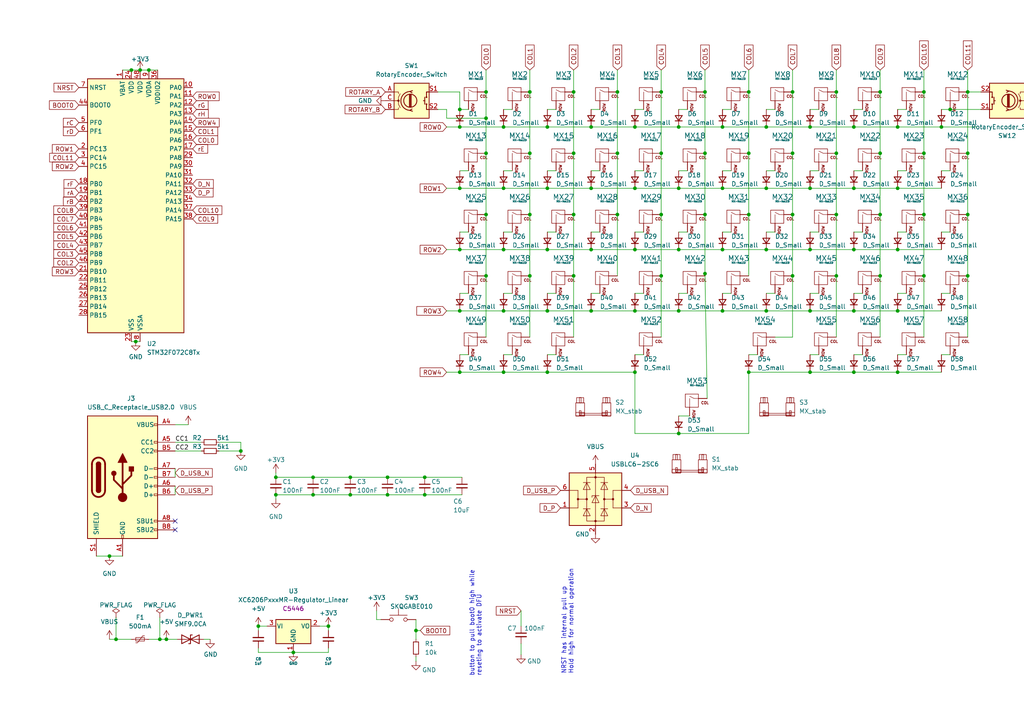
<source format=kicad_sch>
(kicad_sch (version 20231120) (generator "eeschema") (generator_version "8.0")
  (paper "A4")
  (junction (at 153.67 44.45))
  (junction (at 247.65 36.83))
  (junction (at 234.95 107.95))
  (junction (at 38.1 20.32))
  (junction (at 191.77 44.45))
  (junction (at 217.17 44.45))
  (junction (at 229.87 44.45))
  (junction (at 267.97 26.67))
  (junction (at 204.47 44.45))
  (junction (at 255.27 80.01))
  (junction (at 166.37 26.67))
  (junction (at 158.75 72.39))
  (junction (at 40.64 20.32))
  (junction (at 196.85 125.73))
  (junction (at 242.57 62.23))
  (junction (at 191.77 62.23))
  (junction (at 158.75 54.61))
  (junction (at 184.15 90.17))
  (junction (at 184.15 36.83))
  (junction (at 196.85 90.17))
  (junction (at 247.65 107.95))
  (junction (at 140.97 34.29))
  (junction (at 133.35 72.39))
  (junction (at 222.25 72.39))
  (junction (at 217.17 107.95))
  (junction (at 158.75 90.17))
  (junction (at 209.55 90.17))
  (junction (at 280.67 62.23))
  (junction (at 242.57 26.67))
  (junction (at 146.05 36.83))
  (junction (at 171.45 36.83))
  (junction (at 267.97 44.45))
  (junction (at 267.97 80.01))
  (junction (at 242.57 44.45))
  (junction (at 171.45 90.17))
  (junction (at 153.67 80.01))
  (junction (at 196.85 54.61))
  (junction (at 33.655 185.42))
  (junction (at 234.95 36.83))
  (junction (at 74.93 181.61) (diameter 0.9144))
  (junction (at 95.25 181.61))
  (junction (at 171.45 72.39))
  (junction (at 133.35 31.75))
  (junction (at 260.35 54.61))
  (junction (at 209.55 72.39))
  (junction (at 158.75 107.95))
  (junction (at 146.05 107.95))
  (junction (at 90.805 138.43))
  (junction (at 43.18 20.32))
  (junction (at 69.85 130.81))
  (junction (at 146.05 72.39))
  (junction (at 242.57 80.01))
  (junction (at 153.67 62.23))
  (junction (at 184.15 107.95))
  (junction (at 280.67 26.67))
  (junction (at 140.97 62.23))
  (junction (at 112.395 143.51))
  (junction (at 101.6 138.43))
  (junction (at 260.35 72.39))
  (junction (at 31.75 161.29))
  (junction (at 112.395 138.43))
  (junction (at 247.65 90.17))
  (junction (at 146.05 90.17))
  (junction (at 46.355 185.42))
  (junction (at 217.17 62.23))
  (junction (at 247.65 72.39))
  (junction (at 280.67 44.45))
  (junction (at 234.95 90.17))
  (junction (at 275.59 31.75))
  (junction (at 234.95 54.61))
  (junction (at 39.37 99.06))
  (junction (at 255.27 62.23))
  (junction (at 166.37 80.01))
  (junction (at 133.35 36.83))
  (junction (at 273.05 36.83))
  (junction (at 146.05 54.61))
  (junction (at 123.19 138.43))
  (junction (at 247.65 54.61))
  (junction (at 133.35 107.95))
  (junction (at 184.15 54.61))
  (junction (at 209.55 54.61))
  (junction (at 280.67 80.01))
  (junction (at 229.87 62.23))
  (junction (at 196.85 36.83))
  (junction (at 229.87 26.67))
  (junction (at 204.47 79.375))
  (junction (at 267.97 62.23))
  (junction (at 80.01 143.51))
  (junction (at 85.09 189.23) (diameter 0.9144))
  (junction (at 260.35 90.17))
  (junction (at 191.77 80.01))
  (junction (at 184.15 72.39))
  (junction (at 133.35 90.17))
  (junction (at 204.47 26.67))
  (junction (at 196.85 72.39))
  (junction (at 80.01 138.43))
  (junction (at 140.97 80.01))
  (junction (at 140.97 26.67))
  (junction (at 140.97 44.45))
  (junction (at 222.25 54.61))
  (junction (at 229.87 80.01))
  (junction (at 222.25 90.17))
  (junction (at 204.47 62.23))
  (junction (at 48.26 185.42))
  (junction (at 222.25 36.83))
  (junction (at 101.6 143.51))
  (junction (at 209.55 36.83))
  (junction (at 158.75 36.83))
  (junction (at 260.35 36.83))
  (junction (at 166.37 62.23))
  (junction (at 123.19 143.51))
  (junction (at 90.805 143.51))
  (junction (at 166.37 44.45))
  (junction (at 191.77 26.67))
  (junction (at 234.95 72.39))
  (junction (at 120.65 182.88))
  (junction (at 153.67 26.67))
  (junction (at 171.45 54.61))
  (junction (at 255.27 44.45))
  (junction (at 217.17 26.67))
  (junction (at 133.35 54.61))
  (junction (at 179.07 44.45))
  (junction (at 179.07 26.67))
  (junction (at 179.07 62.23))
  (junction (at 255.27 26.67))
  (junction (at 260.35 107.95))
  (no_connect (at 50.8 153.67))
  (no_connect (at 50.8 151.13))
  (wire (pts (xy 229.87 26.67) (xy 229.87 44.45)))
  (wire (pts (xy 40.64 20.32) (xy 43.18 20.32)))
  (wire (pts (xy 260.35 85.09) (xy 262.89 85.09)))
  (wire (pts (xy 80.01 137.16) (xy 80.01 138.43)))
  (wire (pts (xy 166.37 44.45) (xy 166.37 62.23)))
  (wire (pts (xy 209.55 67.31) (xy 212.09 67.31)))
  (wire (pts (xy 101.6 138.43) (xy 112.395 138.43)))
  (wire (pts (xy 140.97 44.45) (xy 140.97 62.23)))
  (wire (pts (xy 129.54 31.75) (xy 129.54 34.29)))
  (wire (pts (xy 129.54 54.61) (xy 133.35 54.61)))
  (wire (pts (xy 234.95 90.17) (xy 247.65 90.17)))
  (wire (pts (xy 222.25 31.75) (xy 224.79 31.75)))
  (wire (pts (xy 171.45 49.53) (xy 173.99 49.53)))
  (wire (pts (xy 255.27 80.01) (xy 255.27 97.79)))
  (wire (pts (xy 27.94 161.29) (xy 31.75 161.29)))
  (wire (pts (xy 74.93 181.61) (xy 74.93 182.88)))
  (wire (pts (xy 166.37 20.32) (xy 166.37 26.67)))
  (wire (pts (xy 184.15 67.31) (xy 186.69 67.31)))
  (wire (pts (xy 146.05 90.17) (xy 158.75 90.17)))
  (wire (pts (xy 204.47 26.67) (xy 204.47 44.45)))
  (wire (pts (xy 234.95 102.87) (xy 237.49 102.87)))
  (wire (pts (xy 46.355 179.07) (xy 46.355 185.42)))
  (wire (pts (xy 247.65 36.83) (xy 260.35 36.83)))
  (wire (pts (xy 191.77 20.32) (xy 191.77 26.67)))
  (wire (pts (xy 184.15 107.95) (xy 184.15 125.73)))
  (wire (pts (xy 129.54 34.29) (xy 140.97 34.29)))
  (wire (pts (xy 247.65 107.95) (xy 260.35 107.95)))
  (wire (pts (xy 204.47 20.32) (xy 204.47 26.67)))
  (wire (pts (xy 48.26 185.42) (xy 51.435 185.42)))
  (wire (pts (xy 224.79 97.79) (xy 229.87 97.79)))
  (wire (pts (xy 196.85 31.75) (xy 199.39 31.75)))
  (wire (pts (xy 209.55 85.09) (xy 212.09 85.09)))
  (wire (pts (xy 50.8 123.19) (xy 54.61 123.19)))
  (wire (pts (xy 85.09 189.23) (xy 95.25 189.23)))
  (wire (pts (xy 234.95 36.83) (xy 247.65 36.83)))
  (wire (pts (xy 80.01 144.78) (xy 80.01 143.51)))
  (wire (pts (xy 133.35 85.09) (xy 135.89 85.09)))
  (wire (pts (xy 133.35 31.75) (xy 135.89 31.75)))
  (wire (pts (xy 166.37 26.67) (xy 166.37 44.45)))
  (wire (pts (xy 158.75 102.87) (xy 161.29 102.87)))
  (wire (pts (xy 280.67 62.23) (xy 280.67 80.01)))
  (wire (pts (xy 234.95 107.95) (xy 247.65 107.95)))
  (wire (pts (xy 196.85 49.53) (xy 199.39 49.53)))
  (wire (pts (xy 146.05 49.53) (xy 148.59 49.53)))
  (wire (pts (xy 260.35 54.61) (xy 273.05 54.61)))
  (wire (pts (xy 191.77 44.45) (xy 191.77 62.23)))
  (wire (pts (xy 234.95 85.09) (xy 237.49 85.09)))
  (wire (pts (xy 247.65 102.87) (xy 250.19 102.87)))
  (wire (pts (xy 184.15 31.75) (xy 186.69 31.75)))
  (wire (pts (xy 260.35 107.95) (xy 273.05 107.95)))
  (wire (pts (xy 255.27 26.67) (xy 255.27 44.45)))
  (wire (pts (xy 260.35 31.75) (xy 262.89 31.75)))
  (wire (pts (xy 158.75 90.17) (xy 171.45 90.17)))
  (wire (pts (xy 196.85 54.61) (xy 209.55 54.61)))
  (wire (pts (xy 184.15 85.09) (xy 186.69 85.09)))
  (wire (pts (xy 229.87 20.32) (xy 229.87 26.67)))
  (wire (pts (xy 129.54 36.83) (xy 133.35 36.83)))
  (wire (pts (xy 222.25 49.53) (xy 224.79 49.53)))
  (wire (pts (xy 146.05 67.31) (xy 148.59 67.31)))
  (wire (pts (xy 196.85 90.17) (xy 209.55 90.17)))
  (wire (pts (xy 123.19 143.51) (xy 133.985 143.51)))
  (wire (pts (xy 120.65 182.88) (xy 120.65 185.42)))
  (wire (pts (xy 171.45 72.39) (xy 184.15 72.39)))
  (wire (pts (xy 275.59 31.75) (xy 284.48 31.75)))
  (wire (pts (xy 280.67 26.67) (xy 280.67 44.45)))
  (wire (pts (xy 179.07 26.67) (xy 179.07 44.45)))
  (wire (pts (xy 171.45 85.09) (xy 173.99 85.09)))
  (wire (pts (xy 140.97 34.29) (xy 140.97 44.45)))
  (wire (pts (xy 242.57 80.01) (xy 242.57 97.79)))
  (wire (pts (xy 158.75 49.53) (xy 161.29 49.53)))
  (wire (pts (xy 33.655 185.42) (xy 38.1 185.42)))
  (wire (pts (xy 39.37 99.06) (xy 40.64 99.06)))
  (wire (pts (xy 158.75 54.61) (xy 171.45 54.61)))
  (wire (pts (xy 140.97 20.32) (xy 140.97 26.67)))
  (wire (pts (xy 260.35 90.17) (xy 273.05 90.17)))
  (wire (pts (xy 242.57 62.23) (xy 242.57 80.01)))
  (wire (pts (xy 273.05 67.31) (xy 275.59 67.31)))
  (wire (pts (xy 151.13 189.865) (xy 151.13 186.69)))
  (wire (pts (xy 133.35 54.61) (xy 146.05 54.61)))
  (wire (pts (xy 184.15 36.83) (xy 196.85 36.83)))
  (wire (pts (xy 273.05 102.87) (xy 275.59 102.87)))
  (wire (pts (xy 209.55 72.39) (xy 222.25 72.39)))
  (wire (pts (xy 247.65 67.31) (xy 250.19 67.31)))
  (wire (pts (xy 184.15 72.39) (xy 196.85 72.39)))
  (wire (pts (xy 140.97 80.01) (xy 140.97 97.79)))
  (wire (pts (xy 280.67 26.67) (xy 284.48 26.67)))
  (wire (pts (xy 59.055 185.42) (xy 60.96 185.42)))
  (wire (pts (xy 50.8 135.89) (xy 50.8 138.43)))
  (wire (pts (xy 191.77 80.01) (xy 191.77 97.79)))
  (wire (pts (xy 146.05 72.39) (xy 158.75 72.39)))
  (wire (pts (xy 153.67 20.32) (xy 153.67 26.67)))
  (wire (pts (xy 171.45 67.31) (xy 173.99 67.31)))
  (wire (pts (xy 229.87 80.01) (xy 229.87 97.79)))
  (wire (pts (xy 43.18 20.32) (xy 45.72 20.32)))
  (wire (pts (xy 38.1 20.32) (xy 40.64 20.32)))
  (wire (pts (xy 217.17 20.32) (xy 217.17 26.67)))
  (wire (pts (xy 146.05 36.83) (xy 158.75 36.83)))
  (wire (pts (xy 204.47 79.375) (xy 204.47 80.01)))
  (wire (pts (xy 35.56 20.32) (xy 38.1 20.32)))
  (wire (pts (xy 63.5 128.27) (xy 69.85 128.27)))
  (wire (pts (xy 110.49 179.705) (xy 109.22 179.705)))
  (wire (pts (xy 69.85 128.27) (xy 69.85 130.81)))
  (wire (pts (xy 273.05 31.75) (xy 275.59 31.75)))
  (wire (pts (xy 46.355 185.42) (xy 48.26 185.42)))
  (wire (pts (xy 191.77 62.23) (xy 191.77 80.01)))
  (wire (pts (xy 222.25 36.83) (xy 234.95 36.83)))
  (wire (pts (xy 63.5 130.81) (xy 69.85 130.81)))
  (wire (pts (xy 273.05 49.53) (xy 275.59 49.53)))
  (wire (pts (xy 129.54 107.95) (xy 133.35 107.95)))
  (wire (pts (xy 33.655 179.07) (xy 33.655 185.42)))
  (wire (pts (xy 196.85 125.73) (xy 184.15 125.73)))
  (wire (pts (xy 158.75 72.39) (xy 171.45 72.39)))
  (wire (pts (xy 242.57 26.67) (xy 242.57 44.45)))
  (wire (pts (xy 179.07 44.45) (xy 179.07 62.23)))
  (wire (pts (xy 50.8 130.81) (xy 58.42 130.81)))
  (wire (pts (xy 217.17 125.73) (xy 196.85 125.73)))
  (wire (pts (xy 191.77 26.67) (xy 191.77 44.45)))
  (wire (pts (xy 120.65 179.705) (xy 120.65 182.88)))
  (wire (pts (xy 133.35 72.39) (xy 146.05 72.39)))
  (wire (pts (xy 260.35 102.87) (xy 262.89 102.87)))
  (wire (pts (xy 171.45 54.61) (xy 184.15 54.61)))
  (wire (pts (xy 217.17 107.95) (xy 234.95 107.95)))
  (wire (pts (xy 209.55 90.17) (xy 222.25 90.17)))
  (wire (pts (xy 280.67 80.01) (xy 280.67 97.79)))
  (wire (pts (xy 146.05 102.87) (xy 148.59 102.87)))
  (wire (pts (xy 267.97 26.67) (xy 267.97 44.45)))
  (wire (pts (xy 179.07 20.32) (xy 179.07 26.67)))
  (wire (pts (xy 234.95 49.53) (xy 237.49 49.53)))
  (wire (pts (xy 217.17 44.45) (xy 217.17 62.23)))
  (wire (pts (xy 31.75 161.29) (xy 35.56 161.29)))
  (wire (pts (xy 133.35 36.83) (xy 146.05 36.83)))
  (wire (pts (xy 133.35 49.53) (xy 135.89 49.53)))
  (wire (pts (xy 112.395 143.51) (xy 123.19 143.51)))
  (wire (pts (xy 133.35 90.17) (xy 146.05 90.17)))
  (wire (pts (xy 234.95 31.75) (xy 237.49 31.75)))
  (wire (pts (xy 129.54 72.39) (xy 133.35 72.39)))
  (wire (pts (xy 133.35 26.67) (xy 133.35 31.75)))
  (wire (pts (xy 153.67 80.01) (xy 153.67 97.79)))
  (wire (pts (xy 217.17 26.67) (xy 217.17 44.45)))
  (wire (pts (xy 242.57 44.45) (xy 242.57 62.23)))
  (wire (pts (xy 171.45 36.83) (xy 184.15 36.83)))
  (wire (pts (xy 247.65 85.09) (xy 250.19 85.09)))
  (wire (pts (xy 109.22 179.705) (xy 109.22 177.165)))
  (wire (pts (xy 50.8 128.27) (xy 58.42 128.27)))
  (wire (pts (xy 74.93 181.61) (xy 77.47 181.61)))
  (wire (pts (xy 146.05 54.61) (xy 158.75 54.61)))
  (wire (pts (xy 196.85 72.39) (xy 209.55 72.39)))
  (wire (pts (xy 90.805 138.43) (xy 101.6 138.43)))
  (wire (pts (xy 196.85 67.31) (xy 199.39 67.31)))
  (wire (pts (xy 255.27 20.32) (xy 255.27 26.67)))
  (wire (pts (xy 133.35 107.95) (xy 146.05 107.95)))
  (wire (pts (xy 120.65 190.5) (xy 120.65 191.77)))
  (wire (pts (xy 260.35 67.31) (xy 262.89 67.31)))
  (wire (pts (xy 80.01 138.43) (xy 90.805 138.43)))
  (wire (pts (xy 31.75 185.42) (xy 33.655 185.42)))
  (wire (pts (xy 129.54 90.17) (xy 133.35 90.17)))
  (wire (pts (xy 196.85 85.09) (xy 199.39 85.09)))
  (wire (pts (xy 166.37 62.23) (xy 166.37 80.01)))
  (wire (pts (xy 209.55 36.83) (xy 222.25 36.83)))
  (wire (pts (xy 90.805 143.51) (xy 101.6 143.51)))
  (wire (pts (xy 146.05 31.75) (xy 148.59 31.75)))
  (wire (pts (xy 247.65 54.61) (xy 260.35 54.61)))
  (wire (pts (xy 260.35 72.39) (xy 273.05 72.39)))
  (wire (pts (xy 179.07 62.23) (xy 179.07 80.01)))
  (wire (pts (xy 196.85 120.65) (xy 200.025 120.65)))
  (wire (pts (xy 229.87 44.45) (xy 229.87 62.23)))
  (wire (pts (xy 171.45 31.75) (xy 173.99 31.75)))
  (wire (pts (xy 50.8 140.97) (xy 50.8 143.51)))
  (wire (pts (xy 184.15 49.53) (xy 186.69 49.53)))
  (wire (pts (xy 234.95 67.31) (xy 237.49 67.31)))
  (wire (pts (xy 255.27 62.23) (xy 255.27 80.01)))
  (wire (pts (xy 273.05 85.09) (xy 275.59 85.09)))
  (wire (pts (xy 151.13 177.165) (xy 151.13 181.61)))
  (wire (pts (xy 260.35 36.83) (xy 273.05 36.83)))
  (wire (pts (xy 112.395 138.43) (xy 123.19 138.43)))
  (wire (pts (xy 184.15 54.61) (xy 196.85 54.61)))
  (wire (pts (xy 140.97 62.23) (xy 140.97 80.01)))
  (wire (pts (xy 101.6 143.51) (xy 112.395 143.51)))
  (wire (pts (xy 80.01 143.51) (xy 90.805 143.51)))
  (wire (pts (xy 280.67 44.45) (xy 280.67 62.23)))
  (wire (pts (xy 196.85 36.83) (xy 209.55 36.83)))
  (wire (pts (xy 273.05 36.83) (xy 283.21 36.83)))
  (wire (pts (xy 209.55 54.61) (xy 222.25 54.61)))
  (wire (pts (xy 255.27 44.45) (xy 255.27 62.23)))
  (wire (pts (xy 171.45 90.17) (xy 184.15 90.17)))
  (wire (pts (xy 222.25 72.39) (xy 234.95 72.39)))
  (wire (pts (xy 267.97 44.45) (xy 267.97 62.23)))
  (wire (pts (xy 234.95 54.61) (xy 247.65 54.61)))
  (wire (pts (xy 85.09 189.23) (xy 74.93 189.23)))
  (wire (pts (xy 267.97 80.01) (xy 267.97 97.79)))
  (wire (pts (xy 222.25 85.09) (xy 224.79 85.09)))
  (wire (pts (xy 166.37 80.01) (xy 166.37 97.79)))
  (wire (pts (xy 217.17 107.95) (xy 217.17 125.73)))
  (wire (pts (xy 217.17 102.87) (xy 219.71 102.87)))
  (wire (pts (xy 222.25 67.31) (xy 224.79 67.31)))
  (wire (pts (xy 247.65 31.75) (xy 250.19 31.75)))
  (wire (pts (xy 146.05 107.95) (xy 158.75 107.95)))
  (wire (pts (xy 247.65 49.53) (xy 250.19 49.53)))
  (wire (pts (xy 184.15 102.87) (xy 186.69 102.87)))
  (wire (pts (xy 127 31.75) (xy 129.54 31.75)))
  (wire (pts (xy 153.67 44.45) (xy 153.67 62.23)))
  (wire (pts (xy 247.65 90.17) (xy 260.35 90.17)))
  (wire (pts (xy 133.35 102.87) (xy 135.89 102.87)))
  (wire (pts (xy 153.67 26.67) (xy 153.67 44.45)))
  (wire (pts (xy 204.47 44.45) (xy 204.47 62.23)))
  (wire (pts (xy 158.75 107.95) (xy 184.15 107.95)))
  (wire (pts (xy 38.1 99.06) (xy 39.37 99.06)))
  (wire (pts (xy 222.25 54.61) (xy 234.95 54.61)))
  (wire (pts (xy 92.71 181.61) (xy 95.25 181.61)))
  (wire (pts (xy 95.25 181.61) (xy 95.25 182.88)))
  (wire (pts (xy 229.87 62.23) (xy 229.87 80.01)))
  (wire (pts (xy 95.25 187.96) (xy 95.25 189.23)))
  (wire (pts (xy 234.95 72.39) (xy 247.65 72.39)))
  (wire (pts (xy 204.47 62.23) (xy 204.47 79.375)))
  (wire (pts (xy 140.97 26.67) (xy 140.97 34.29)))
  (wire (pts (xy 120.65 182.88) (xy 121.92 182.88)))
  (wire (pts (xy 204.47 79.375) (xy 205.105 115.57)))
  (wire (pts (xy 242.57 20.32) (xy 242.57 26.67)))
  (wire (pts (xy 267.97 20.32) (xy 267.97 26.67)))
  (wire (pts (xy 158.75 36.83) (xy 171.45 36.83)))
  (wire (pts (xy 133.35 67.31) (xy 135.89 67.31)))
  (wire (pts (xy 260.35 49.53) (xy 262.89 49.53)))
  (wire (pts (xy 74.93 187.96) (xy 74.93 189.23)))
  (wire (pts (xy 209.55 31.75) (xy 212.09 31.75)))
  (wire (pts (xy 43.18 185.42) (xy 46.355 185.42)))
  (wire (pts (xy 158.75 31.75) (xy 161.29 31.75)))
  (wire (pts (xy 123.19 138.43) (xy 133.985 138.43)))
  (wire (pts (xy 184.15 90.17) (xy 196.85 90.17)))
  (wire (pts (xy 267.97 62.23) (xy 267.97 80.01)))
  (wire (pts (xy 217.17 62.23) (xy 217.17 80.01)))
  (wire (pts (xy 209.55 49.53) (xy 212.09 49.53)))
  (wire (pts (xy 146.05 85.09) (xy 148.59 85.09)))
  (wire (pts (xy 127 26.67) (xy 133.35 26.67)))
  (wire (pts (xy 222.25 90.17) (xy 234.95 90.17)))
  (wire (pts (xy 158.75 85.09) (xy 161.29 85.09)))
  (wire (pts (xy 280.67 20.32) (xy 280.67 26.67)))
  (wire (pts (xy 247.65 72.39) (xy 260.35 72.39)))
  (wire (pts (xy 158.75 67.31) (xy 161.29 67.31)))
  (wire (pts (xy 153.67 62.23) (xy 153.67 80.01)))
  (text "button to pull boot0 high while \nreseting to activate DFU" (at 139.7 196.215 90) (effects (font (size 1.27 1.27)) (justify left bottom)))
  (text "NRST has internal pull up\nHold high for normal operation" (at 166.37 195.58 90) (effects (font (size 1.27 1.27)) (justify left bottom)))
  (label "CC2" (at 50.8 130.81 0))
  (label "CC1" (at 50.8 128.27 0))
  (global_label "COL9" (shape input) (at 55.88 63.5 0) (property "Intersheetrefs" "${INTERSHEET_REFS}" (effects (hide yes))))
  (global_label "NRST" (shape input) (at 151.13 177.165 180) (property "Intersheetrefs" "${INTERSHEET_REFS}" (effects (hide yes))))
  (global_label "D_N" (shape input) (at 182.88 147.32 0) (property "Intersheetrefs" "${INTERSHEET_REFS}" (effects (hide yes))))
  (global_label "D_N" (shape input) (at 55.88 53.34 0) (property "Intersheetrefs" "${INTERSHEET_REFS}" (effects (hide yes))))
  (global_label "BOOT0" (shape input) (at 22.86 30.48 180) (property "Intersheetrefs" "${INTERSHEET_REFS}" (effects (hide yes))))
  (global_label "COL2" (shape input) (at 166.37 20.32 90) (property "Intersheetrefs" "${INTERSHEET_REFS}" (effects (hide yes))))
  (global_label "ROW2" (shape input) (at 129.54 72.39 180) (property "Intersheetrefs" "${INTERSHEET_REFS}" (effects (hide yes))))
  (global_label "COL10" (shape input) (at 55.88 60.96 0) (property "Intersheetrefs" "${INTERSHEET_REFS}" (effects (hide yes))))
  (global_label "rE" (shape input) (at 55.88 43.18 0) (property "Intersheetrefs" "${INTERSHEET_REFS}" (effects (hide yes))))
  (global_label "COL8" (shape input) (at 22.86 60.96 180) (property "Intersheetrefs" "${INTERSHEET_REFS}" (effects (hide yes))))
  (global_label "COL11" (shape input) (at 22.86 45.72 180) (property "Intersheetrefs" "${INTERSHEET_REFS}" (effects (hide yes))))
  (global_label "ROW1" (shape input) (at 22.86 43.18 180) (property "Intersheetrefs" "${INTERSHEET_REFS}" (effects (hide yes))))
  (global_label "rB" (shape input) (at 22.86 58.42 180) (property "Intersheetrefs" "${INTERSHEET_REFS}" (effects (hide yes))))
  (global_label "COL0" (shape input) (at 140.97 20.32 90) (property "Intersheetrefs" "${INTERSHEET_REFS}" (effects (hide yes))))
  (global_label "COL10" (shape input) (at 267.97 20.32 90) (property "Intersheetrefs" "${INTERSHEET_REFS}" (effects (hide yes))))
  (global_label "COL1" (shape input) (at 153.67 20.32 90) (property "Intersheetrefs" "${INTERSHEET_REFS}" (effects (hide yes))))
  (global_label "ROTARY_A" (shape input) (at 111.76 26.67 180) (property "Intersheetrefs" "${INTERSHEET_REFS}" (effects (hide yes))))
  (global_label "rF" (shape input) (at 22.86 53.34 180) (property "Intersheetrefs" "${INTERSHEET_REFS}" (effects (hide yes))))
  (global_label "COL2" (shape input) (at 22.86 76.2 180) (property "Intersheetrefs" "${INTERSHEET_REFS}" (effects (hide yes))))
  (global_label "ROW0" (shape input) (at 55.88 27.94 0) (property "Intersheetrefs" "${INTERSHEET_REFS}" (effects (hide yes))))
  (global_label "D_USB_P" (shape input) (at 50.8 142.24 0) (property "Intersheetrefs" "${INTERSHEET_REFS}" (effects (hide yes))))
  (global_label "rH" (shape input) (at 55.88 33.02 0) (property "Intersheetrefs" "${INTERSHEET_REFS}" (effects (hide yes))))
  (global_label "COL3" (shape input) (at 179.07 20.32 90) (property "Intersheetrefs" "${INTERSHEET_REFS}" (effects (hide yes))))
  (global_label "COL5" (shape input) (at 22.86 68.58 180) (property "Intersheetrefs" "${INTERSHEET_REFS}" (effects (hide yes))))
  (global_label "COL7" (shape input) (at 229.87 20.32 90) (property "Intersheetrefs" "${INTERSHEET_REFS}" (effects (hide yes))))
  (global_label "COL11" (shape input) (at 280.67 20.32 90) (property "Intersheetrefs" "${INTERSHEET_REFS}" (effects (hide yes))))
  (global_label "D_USB_N" (shape input) (at 182.88 142.24 0) (property "Intersheetrefs" "${INTERSHEET_REFS}" (effects (hide yes))))
  (global_label "ROW1" (shape input) (at 129.54 54.61 180) (property "Intersheetrefs" "${INTERSHEET_REFS}" (effects (hide yes))))
  (global_label "ROTARY_C" (shape input) (at 299.72 26.67 0) (property "Intersheetrefs" "${INTERSHEET_REFS}" (effects (hide yes))))
  (global_label "ROW3" (shape input) (at 22.86 78.74 180) (property "Intersheetrefs" "${INTERSHEET_REFS}" (effects (hide yes))))
  (global_label "COL9" (shape input) (at 255.27 20.32 90) (property "Intersheetrefs" "${INTERSHEET_REFS}" (effects (hide yes))))
  (global_label "D_USB_N" (shape input) (at 50.8 137.16 0) (property "Intersheetrefs" "${INTERSHEET_REFS}" (effects (hide yes))))
  (global_label "COL4" (shape input) (at 191.77 20.32 90) (property "Intersheetrefs" "${INTERSHEET_REFS}" (effects (hide yes))))
  (global_label "ROTARY_B" (shape input) (at 111.76 31.75 180) (property "Intersheetrefs" "${INTERSHEET_REFS}" (effects (hide yes))))
  (global_label "NRST" (shape input) (at 22.86 25.4 180) (property "Intersheetrefs" "${INTERSHEET_REFS}" (effects (hide yes))))
  (global_label "ROW4" (shape input) (at 129.54 107.95 180) (property "Intersheetrefs" "${INTERSHEET_REFS}" (effects (hide yes))))
  (global_label "D_P" (shape input) (at 162.56 147.32 180) (property "Intersheetrefs" "${INTERSHEET_REFS}" (effects (hide yes))))
  (global_label "COL1" (shape input) (at 55.88 38.1 0) (property "Intersheetrefs" "${INTERSHEET_REFS}" (effects (hide yes))))
  (global_label "COL0" (shape input) (at 55.88 40.64 0) (property "Intersheetrefs" "${INTERSHEET_REFS}" (effects (hide yes))))
  (global_label "rA" (shape input) (at 22.86 55.88 180) (property "Intersheetrefs" "${INTERSHEET_REFS}" (effects (hide yes))))
  (global_label "COL7" (shape input) (at 22.86 63.5 180) (property "Intersheetrefs" "${INTERSHEET_REFS}" (effects (hide yes))))
  (global_label "rD" (shape input) (at 22.86 38.1 180) (property "Intersheetrefs" "${INTERSHEET_REFS}" (effects (hide yes))))
  (global_label "D_USB_P" (shape input) (at 162.56 142.24 180) (property "Intersheetrefs" "${INTERSHEET_REFS}" (effects (hide yes))))
  (global_label "COL4" (shape input) (at 22.86 71.12 180) (property "Intersheetrefs" "${INTERSHEET_REFS}" (effects (hide yes))))
  (global_label "rG" (shape input) (at 55.88 30.48 0) (property "Intersheetrefs" "${INTERSHEET_REFS}" (effects (hide yes))))
  (global_label "ROW4" (shape input) (at 55.88 35.56 0) (property "Intersheetrefs" "${INTERSHEET_REFS}" (effects (hide yes))))
  (global_label "D_P" (shape input) (at 55.88 55.88 0) (property "Intersheetrefs" "${INTERSHEET_REFS}" (effects (hide yes))))
  (global_label "COL6" (shape input) (at 217.17 20.32 90) (property "Intersheetrefs" "${INTERSHEET_REFS}" (effects (hide yes))))
  (global_label "COL3" (shape input) (at 22.86 73.66 180) (property "Intersheetrefs" "${INTERSHEET_REFS}" (effects (hide yes))))
  (global_label "rC" (shape input) (at 22.86 35.56 180) (property "Intersheetrefs" "${INTERSHEET_REFS}" (effects (hide yes))))
  (global_label "COL5" (shape input) (at 204.47 20.32 90) (property "Intersheetrefs" "${INTERSHEET_REFS}" (effects (hide yes))))
  (global_label "ROW2" (shape input) (at 22.86 48.26 180) (property "Intersheetrefs" "${INTERSHEET_REFS}" (effects (hide yes))))
  (global_label " ROW3" (shape input) (at 129.54 90.17 180) (property "Intersheetrefs" "${INTERSHEET_REFS}" (effects (hide yes))))
  (global_label "COL8" (shape input) (at 242.57 20.32 90) (property "Intersheetrefs" "${INTERSHEET_REFS}" (effects (hide yes))))
  (global_label "BOOT0" (shape input) (at 121.92 182.88 0) (property "Intersheetrefs" "${INTERSHEET_REFS}" (effects (hide yes))))
  (global_label "ROTARY_D" (shape input) (at 299.72 31.75 0) (property "Intersheetrefs" "${INTERSHEET_REFS}" (effects (hide yes))))
  (global_label "ROW0" (shape input) (at 129.54 36.83 180) (property "Intersheetrefs" "${INTERSHEET_REFS}" (effects (hide yes))))
  (global_label "COL6" (shape input) (at 22.86 66.04 180) (property "Intersheetrefs" "${INTERSHEET_REFS}" (effects (hide yes))))
  (symbol (lib_id "Device:D_Small") (at 247.65 34.29 90) (unit 1)
    (property "Reference" "D10" (at 250.19 33.0199 90) (effects (justify right)))
    (property "Value" "D_Small" (at 250.19 35.5599 90) (effects (justify right)))
    (property "Footprint" "Diode_SMD:D_SOD-123F" (effects (hide yes)))
  )
  (symbol (lib_id "power:+3V3") (at 109.22 177.165 0) (mirror y) (unit 1)
    (property "Reference" "#PWR05" (effects (hide yes)))
    (property "Value" "+3V3" (at 109.22 173.355 0))
  )
  (symbol (lib_name "GND_4") (lib_id "power:GND") (at 31.75 161.29 0) (unit 1)
    (property "Reference" "#PWR016" (effects (hide yes)))
    (property "Value" "GND" (at 31.75 166.37 0))
  )
  (symbol (lib_id "Device:D_Small") (at 146.05 105.41 90) (unit 1)
    (property "Reference" "D50" (at 148.59 104.1399 90) (effects (justify right)))
    (property "Value" "D_Small" (at 148.59 106.6799 90) (effects (justify right)))
    (property "Footprint" "Diode_SMD:D_SOD-123F" (effects (hide yes)))
  )
  (symbol (lib_id "Device:R_Small") (at 120.65 187.96 0) (unit 1)
    (property "Reference" "R1" (at 123.19 186.6899 0) (effects (justify left)))
    (property "Value" "10k" (at 123.19 189.2299 0) (effects (justify left)))
    (property "Footprint" "Resistor_SMD:R_0402_1005Metric" (effects (hide yes)))
  )
  (symbol (lib_id "Device:D_Small") (at 222.25 87.63 90) (unit 1)
    (property "Reference" "D44" (at 224.79 86.3599 90) (effects (justify right)))
    (property "Value" "D_Small" (at 224.79 88.8999 90) (effects (justify right)))
    (property "Footprint" "Diode_SMD:D_SOD-123F" (effects (hide yes)))
  )
  (symbol (lib_id "Device:D_Small") (at 171.45 69.85 90) (unit 1)
    (property "Reference" "D28" (at 173.99 68.5799 90) (effects (justify right)))
    (property "Value" "D_Small" (at 173.99 71.1199 90) (effects (justify right)))
    (property "Footprint" "Diode_SMD:D_SOD-123F" (effects (hide yes)))
  )
  (symbol (lib_name "GND_2") (lib_id "power:GND") (at 39.37 99.06 0) (unit 1)
    (property "Reference" "#PWR02" (effects (hide yes)))
    (property "Value" "GND" (at 39.37 103.505 0))
  )
  (symbol (lib_id "MX_Alps_Hybrid:MX-NoLED") (at 251.46 27.94 0) (unit 1)
    (property "Reference" "MX10" (at 252.3456 21.59 0) (effects (font (size 1.524 1.524))))
    (property "Value" "MX-NoLED" (at 252.3456 22.86 0) (effects (font (size 0.508 0.508))))
    (property "Footprint" "PCM_marbastlib-mx:SW_MX_HS_S_CPG151101S11_1u" (effects (hide yes)))
  )
  (symbol (lib_id "Device:D_Small") (at 260.35 34.29 90) (unit 1)
    (property "Reference" "D11" (at 262.89 33.0199 90) (effects (justify right)))
    (property "Value" "D_Small" (at 262.89 35.5599 90) (effects (justify right)))
    (property "Footprint" "Diode_SMD:D_SOD-123F" (effects (hide yes)))
  )
  (symbol (lib_id "MX_Alps_Hybrid:MX-NoLED") (at 201.295 116.84 0) (unit 1)
    (property "Reference" "MX53" (at 202.1806 110.49 0) (effects (font (size 1.524 1.524))))
    (property "Value" "MX-NoLED" (at 202.1806 111.76 0) (effects (font (size 0.508 0.508))))
    (property "Footprint" "PCM_marbastlib-mx:SW_MX_HS_S_CPG151101S11_1u" (effects (hide yes)))
  )
  (symbol (lib_id "MX_Alps_Hybrid:MX-NoLED") (at 162.56 99.06 0) (unit 1)
    (property "Reference" "MX51" (at 163.4456 92.71 0) (effects (font (size 1.524 1.524))))
    (property "Value" "MX-NoLED" (at 163.4456 93.98 0) (effects (font (size 0.508 0.508))))
    (property "Footprint" "PCM_marbastlib-mx:SW_MX_HS_CPG151101S11_1.25u" (effects (hide yes)))
  )
  (symbol (lib_id "MX_Alps_Hybrid:MX-NoLED") (at 264.16 45.72 0) (unit 1)
    (property "Reference" "MX23" (at 265.0456 39.37 0) (effects (font (size 1.524 1.524))))
    (property "Value" "MX-NoLED" (at 265.0456 40.64 0) (effects (font (size 0.508 0.508))))
    (property "Footprint" "PCM_marbastlib-mx:SW_MX_HS_S_CPG151101S11_1u" (effects (hide yes)))
  )
  (symbol (lib_id "Device:D_Small") (at 273.05 69.85 90) (unit 1)
    (property "Reference" "D36" (at 275.59 68.5799 90) (effects (justify right)))
    (property "Value" "D_Small" (at 275.59 71.1199 90) (effects (justify right)))
    (property "Footprint" "Diode_SMD:D_SOD-123F" (effects (hide yes)))
  )
  (symbol (lib_id "Device:D_Small") (at 247.65 69.85 90) (unit 1)
    (property "Reference" "D34" (at 250.19 68.5799 90) (effects (justify right)))
    (property "Value" "D_Small" (at 250.19 71.1199 90) (effects (justify right)))
    (property "Footprint" "Diode_SMD:D_SOD-123F" (effects (hide yes)))
  )
  (symbol (lib_id "Device:D_Small") (at 260.35 105.41 90) (unit 1)
    (property "Reference" "D57" (at 262.89 104.1399 90) (effects (justify right)))
    (property "Value" "D_Small" (at 262.89 106.6799 90) (effects (justify right)))
    (property "Footprint" "Diode_SMD:D_SOD-123F" (effects (hide yes)))
  )
  (symbol (lib_id "MX_Alps_Hybrid:MX-NoLED") (at 200.66 45.72 0) (unit 1)
    (property "Reference" "MX18" (at 201.5456 39.37 0) (effects (font (size 1.524 1.524))))
    (property "Value" "MX-NoLED" (at 201.5456 40.64 0) (effects (font (size 0.508 0.508))))
    (property "Footprint" "PCM_marbastlib-mx:SW_MX_HS_S_CPG151101S11_1u" (effects (hide yes)))
  )
  (symbol (lib_id "MX_Alps_Hybrid:MX-NoLED") (at 220.98 99.06 0) (unit 1)
    (property "Reference" "MX54" (at 221.8656 92.71 0) (effects (font (size 1.524 1.524))))
    (property "Value" "MX-NoLED" (at 221.8656 93.98 0) (effects (font (size 0.508 0.508))))
    (property "Footprint" "PCM_marbastlib-mx:SW_MX_HS_S_CPG151101S11_1u" (effects (hide yes)))
  )
  (symbol (lib_id "power:PWR_FLAG") (at 46.355 179.07 0) (unit 1)
    (property "Reference" "#FLG02" (effects (hide yes)))
    (property "Value" "PWR_FLAG" (at 46.355 175.4942 0))
  )
  (symbol (lib_id "power:+5V") (at 48.26 185.42 0) (unit 1)
    (property "Reference" "#PWR020" (effects (hide yes)))
    (property "Value" "+5V" (at 48.26 180.34 0))
  )
  (symbol (lib_id "Device:D_Small") (at 273.05 34.29 90) (unit 1)
    (property "Reference" "D12" (at 275.59 33.0199 90) (effects (justify right)))
    (property "Value" "D_Small" (at 275.59 35.5599 90) (effects (justify right)))
    (property "Footprint" "Diode_SMD:D_SOD-123F" (effects (hide yes)))
  )
  (symbol (lib_id "MX_Alps_Hybrid:MX-NoLED") (at 200.66 27.94 0) (unit 1)
    (property "Reference" "MX6" (at 201.5456 21.59 0) (effects (font (size 1.524 1.524))))
    (property "Value" "MX-NoLED" (at 201.5456 22.86 0) (effects (font (size 0.508 0.508))))
    (property "Footprint" "PCM_marbastlib-mx:SW_MX_HS_S_CPG151101S11_1u" (effects (hide yes)))
  )
  (symbol (lib_id "Device:D_Small") (at 158.75 105.41 90) (unit 1)
    (property "Reference" "D51" (at 161.29 104.1399 90) (effects (justify right)))
    (property "Value" "D_Small" (at 161.29 106.6799 90) (effects (justify right)))
    (property "Footprint" "Diode_SMD:D_SOD-123F" (effects (hide yes)))
  )
  (symbol (lib_id "MX_Alps_Hybrid:MX-NoLED") (at 187.96 45.72 0) (unit 1)
    (property "Reference" "MX17" (at 188.8456 39.37 0) (effects (font (size 1.524 1.524))))
    (property "Value" "MX-NoLED" (at 188.8456 40.64 0) (effects (font (size 0.508 0.508))))
    (property "Footprint" "PCM_marbastlib-mx:SW_MX_HS_S_CPG151101S11_1u" (effects (hide yes)))
  )
  (symbol (lib_id "Device:D_Small") (at 133.35 52.07 90) (unit 1)
    (property "Reference" "D13" (at 135.89 50.7999 90) (effects (justify right)))
    (property "Value" "D_Small" (at 135.89 53.3399 90) (effects (justify right)))
    (property "Footprint" "Diode_SMD:D_SOD-123F" (effects (hide yes)))
  )
  (symbol (lib_id "MX_Alps_Hybrid:MX-NoLED") (at 200.66 81.28 0) (unit 1)
    (property "Reference" "MX42" (at 201.5456 74.93 0) (effects (font (size 1.524 1.524))))
    (property "Value" "MX-NoLED" (at 201.5456 76.2 0) (effects (font (size 0.508 0.508))))
    (property "Footprint" "PCM_marbastlib-mx:SW_MX_HS_S_CPG151101S11_1u" (effects (hide yes)))
  )
  (symbol (lib_id "Device:D_Small") (at 146.05 87.63 90) (unit 1)
    (property "Reference" "D38" (at 148.59 86.3599 90) (effects (justify right)))
    (property "Value" "D_Small" (at 148.59 88.8999 90) (effects (justify right)))
    (property "Footprint" "Diode_SMD:D_SOD-123F" (effects (hide yes)))
  )
  (symbol (lib_id "Device:D_Small") (at 158.75 34.29 90) (unit 1)
    (property "Reference" "D3" (at 161.29 33.0199 90) (effects (justify right)))
    (property "Value" "D_Small" (at 161.29 35.5599 90) (effects (justify right)))
    (property "Footprint" "Diode_SMD:D_SOD-123F" (effects (hide yes)))
  )
  (symbol (lib_id "MX_Alps_Hybrid:MX-NoLED") (at 238.76 63.5 0) (unit 1)
    (property "Reference" "MX33" (at 239.6456 57.15 0) (effects (font (size 1.524 1.524))))
    (property "Value" "MX-NoLED" (at 239.6456 58.42 0) (effects (font (size 0.508 0.508))))
    (property "Footprint" "PCM_marbastlib-mx:SW_MX_HS_S_CPG151101S11_1u" (effects (hide yes)))
  )
  (symbol (lib_id "Device:C_Small") (at 112.395 140.97 0) (unit 1)
    (property "Reference" "C4" (at 114.3 139.7 0) (effects (justify left)))
    (property "Value" "100nF" (at 114.3 142.24 0) (effects (justify left)))
    (property "Footprint" "Capacitor_SMD:C_0402_1005Metric" (effects (hide yes)))
  )
  (symbol (lib_id "Device:D_Small") (at 133.35 34.29 90) (unit 1)
    (property "Reference" "D1" (at 135.89 33.0199 90) (effects (justify right)))
    (property "Value" "D_Small" (at 135.89 35.5599 90) (effects (justify right)))
    (property "Footprint" "Diode_SMD:D_SOD-123F" (effects (hide yes)))
  )
  (symbol (lib_id "MX_Alps_Hybrid:MX-NoLED") (at 137.16 81.28 0) (unit 1)
    (property "Reference" "MX37" (at 138.0456 74.93 0) (effects (font (size 1.524 1.524))))
    (property "Value" "MX-NoLED" (at 138.0456 76.2 0) (effects (font (size 0.508 0.508))))
    (property "Footprint" "PCM_marbastlib-mx:SW_MX_HS_CPG151101S11_1.5u" (effects (hide yes)))
  )
  (symbol (lib_id "MX_Alps_Hybrid:MX-NoLED") (at 264.16 81.28 0) (unit 1)
    (property "Reference" "MX47" (at 265.0456 74.93 0) (effects (font (size 1.524 1.524))))
    (property "Value" "MX-NoLED" (at 265.0456 76.2 0) (effects (font (size 0.508 0.508))))
    (property "Footprint" "PCM_marbastlib-mx:SW_MX_HS_S_CPG151101S11_1u" (effects (hide yes)))
  )
  (symbol (lib_id "power:+3V3") (at 80.01 137.16 0) (unit 1)
    (property "Reference" "#PWR03" (effects (hide yes)))
    (property "Value" "+3V3" (at 80.01 133.35 0))
  )
  (symbol (lib_id "Device:D_Small") (at 196.85 52.07 90) (unit 1)
    (property "Reference" "D18" (at 199.39 50.7999 90) (effects (justify right)))
    (property "Value" "D_Small" (at 199.39 53.3399 90) (effects (justify right)))
    (property "Footprint" "Diode_SMD:D_SOD-123F" (effects (hide yes)))
  )
  (symbol (lib_id "Device:D_Small") (at 209.55 34.29 90) (unit 1)
    (property "Reference" "D7" (at 212.09 33.0199 90) (effects (justify right)))
    (property "Value" "D_Small" (at 212.09 35.5599 90) (effects (justify right)))
    (property "Footprint" "Diode_SMD:D_SOD-123F" (effects (hide yes)))
  )
  (symbol (lib_id "Device:D_Small") (at 260.35 69.85 90) (unit 1)
    (property "Reference" "D35" (at 262.89 68.5799 90) (effects (justify right)))
    (property "Value" "D_Small" (at 262.89 71.1199 90) (effects (justify right)))
    (property "Footprint" "Diode_SMD:D_SOD-123F" (effects (hide yes)))
  )
  (symbol (lib_id "MX_Alps_Hybrid:MX-NoLED") (at 276.86 27.94 0) (unit 1)
    (property "Reference" "MX12" (at 277.7456 21.59 0) (effects (font (size 1.524 1.524))))
    (property "Value" "MX-NoLED" (at 277.7456 22.86 0) (effects (font (size 0.508 0.508))))
    (property "Footprint" "PCM_marbastlib-mx:SW_MX_HS_S_CPG151101S11_1u" (effects (hide yes)))
  )
  (symbol (lib_id "power:GND") (at 172.72 154.94 0) (unit 1)
    (property "Reference" "#PWR012" (effects (hide yes)))
    (property "Value" "GND" (at 168.91 154.94 0))
  )
  (symbol (lib_id "power:GND") (at 120.65 191.77 0) (unit 1)
    (property "Reference" "#PWR010" (effects (hide yes)))
    (property "Value" "GND" (at 124.46 194.31 0))
  )
  (symbol (lib_id "Device:C_Small") (at 133.985 140.97 0) (unit 1)
    (property "Reference" "C6" (at 131.445 145.415 0) (effects (justify left)))
    (property "Value" "10uF" (at 131.445 147.955 0) (effects (justify left)))
    (property "Footprint" "Capacitor_SMD:C_0402_1005Metric" (effects (hide yes)))
  )
  (symbol (lib_id "Device:C_Small") (at 123.19 140.97 0) (unit 1)
    (property "Reference" "C5" (at 125.095 139.7 0) (effects (justify left)))
    (property "Value" "100nF" (at 125.095 142.24 0) (effects (justify left)))
    (property "Footprint" "Capacitor_SMD:C_0402_1005Metric" (effects (hide yes)))
  )
  (symbol (lib_id "MX_Alps_Hybrid:MX-NoLED") (at 213.36 81.28 0) (unit 1)
    (property "Reference" "MX43" (at 214.2456 74.93 0) (effects (font (size 1.524 1.524))))
    (property "Value" "MX-NoLED" (at 214.2456 76.2 0) (effects (font (size 0.508 0.508))))
    (property "Footprint" "PCM_marbastlib-mx:SW_MX_HS_S_CPG151101S11_1u" (effects (hide yes)))
  )
  (symbol (lib_id "power:GND") (at 80.01 144.78 0) (unit 1)
    (property "Reference" "#PWR04" (effects (hide yes)))
    (property "Value" "GND" (at 80.01 149.86 0))
  )
  (symbol (lib_id "Device:C_Small") (at 101.6 140.97 0) (unit 1)
    (property "Reference" "C3" (at 103.505 139.7 0) (effects (justify left)))
    (property "Value" "100nF" (at 103.505 142.24 0) (effects (justify left)))
    (property "Footprint" "Capacitor_SMD:C_0402_1005Metric" (effects (hide yes)))
  )
  (symbol (lib_id "MX_Alps_Hybrid:MX-NoLED") (at 137.16 27.94 0) (unit 1)
    (property "Reference" "MX1" (at 138.0456 21.59 0) (effects (font (size 1.524 1.524))))
    (property "Value" "MX-NoLED" (at 138.0456 22.86 0) (effects (font (size 0.508 0.508))))
    (property "Footprint" "PCM_marbastlib-mx:SW_MX_HS_S_CPG151101S11_1u" (effects (hide yes)))
  )
  (symbol (lib_id "MX_Alps_Hybrid:MX-NoLED") (at 162.56 63.5 0) (unit 1)
    (property "Reference" "MX27" (at 163.4456 57.15 0) (effects (font (size 1.524 1.524))))
    (property "Value" "MX-NoLED" (at 163.4456 58.42 0) (effects (font (size 0.508 0.508))))
    (property "Footprint" "PCM_marbastlib-mx:SW_MX_HS_S_CPG151101S11_1u" (effects (hide yes)))
  )
  (symbol (lib_id "Device:D_Small") (at 247.65 105.41 90) (unit 1)
    (property "Reference" "D56" (at 250.19 104.1399 90) (effects (justify right)))
    (property "Value" "D_Small" (at 250.19 106.6799 90) (effects (justify right)))
    (property "Footprint" "Diode_SMD:D_SOD-123F" (effects (hide yes)))
  )
  (symbol (lib_id "Device:D_Small") (at 158.75 52.07 90) (unit 1)
    (property "Reference" "D15" (at 161.29 50.8 90) (effects (justify right)))
    (property "Value" "D_Small" (at 161.29 53.3399 90) (effects (justify right)))
    (property "Footprint" "Diode_SMD:D_SOD-123F" (effects (hide yes)))
  )
  (symbol (lib_id "power:GND") (at 60.96 185.42 0) (unit 1)
    (property "Reference" "#PWR021" (effects (hide yes)))
    (property "Value" "GND" (at 61.087 189.8142 0))
  )
  (symbol (lib_id "Device:D_Small") (at 247.65 87.63 90) (unit 1)
    (property "Reference" "D46" (at 250.19 86.3599 90) (effects (justify right)))
    (property "Value" "D_Small" (at 250.19 88.8999 90) (effects (justify right)))
    (property "Footprint" "Diode_SMD:D_SOD-123F" (effects (hide yes)))
  )
  (symbol (lib_id "Device:D_Small") (at 196.85 34.29 90) (unit 1)
    (property "Reference" "D6" (at 199.39 33.0199 90) (effects (justify right)))
    (property "Value" "D_Small" (at 199.39 35.5599 90) (effects (justify right)))
    (property "Footprint" "Diode_SMD:D_SOD-123F" (effects (hide yes)))
  )
  (symbol (lib_id "Device:D_Small") (at 146.05 34.29 90) (unit 1)
    (property "Reference" "D2" (at 148.59 33.0199 90) (effects (justify right)))
    (property "Value" "D_Small" (at 148.59 35.5599 90) (effects (justify right)))
    (property "Footprint" "Diode_SMD:D_SOD-123F" (effects (hide yes)))
  )
  (symbol (lib_id "MX_Alps_Hybrid:MX-NoLED") (at 149.86 63.5 0) (unit 1)
    (property "Reference" "MX26" (at 150.7456 57.15 0) (effects (font (size 1.524 1.524))))
    (property "Value" "MX-NoLED" (at 150.7456 58.42 0) (effects (font (size 0.508 0.508))))
    (property "Footprint" "PCM_marbastlib-mx:SW_MX_HS_S_CPG151101S11_1u" (effects (hide yes)))
  )
  (symbol (lib_id "Device:D_Small") (at 273.05 105.41 90) (unit 1)
    (property "Reference" "D58" (at 275.59 104.1399 90) (effects (justify right)))
    (property "Value" "D_Small" (at 275.59 106.6799 90) (effects (justify right)))
    (property "Footprint" "Diode_SMD:D_SOD-123F" (effects (hide yes)))
  )
  (symbol (lib_id "Device:D_Small") (at 260.35 87.63 90) (unit 1)
    (property "Reference" "D47" (at 262.89 86.3599 90) (effects (justify right)))
    (property "Value" "D_Small" (at 262.89 88.8999 90) (effects (justify right)))
    (property "Footprint" "Diode_SMD:D_SOD-123F" (effects (hide yes)))
  )
  (symbol (lib_id "Device:C_Small") (at 90.805 140.97 0) (unit 1)
    (property "Reference" "C2" (at 92.71 139.7 0) (effects (justify left)))
    (property "Value" "100nF" (at 92.71 142.24 0) (effects (justify left)))
    (property "Footprint" "Capacitor_SMD:C_0402_1005Metric" (effects (hide yes)))
  )
  (symbol (lib_id "Device:C_Small") (at 80.01 140.97 0) (unit 1)
    (property "Reference" "C1" (at 81.915 139.7 0) (effects (justify left)))
    (property "Value" "100nF" (at 81.915 142.24 0) (effects (justify left)))
    (property "Footprint" "Capacitor_SMD:C_0402_1005Metric" (effects (hide yes)))
  )
  (symbol (lib_id "PCM_marbastlib-mx:MX_stab") (at 225.425 118.11 0) (unit 1)
    (property "Reference" "S3" (at 231.775 116.7129 0) (effects (justify left)))
    (property "Value" "MX_stab" (at 231.775 119.2529 0) (effects (justify left)))
    (property "Footprint" "PCM_marbastlib-mx:STAB_MX_P_2.75u" (effects (hide yes)))
    (property "Description" "Cherry MX-style stabilizer" (effects (hide yes)))
  )
  (symbol (lib_id "MX_Alps_Hybrid:MX-NoLED") (at 238.76 99.06 0) (unit 1)
    (property "Reference" "MX55" (at 239.6456 92.71 0) (effects (font (size 1.524 1.524))))
    (property "Value" "MX-NoLED" (at 239.6456 93.98 0) (effects (font (size 0.508 0.508))))
    (property "Footprint" "PCM_marbastlib-mx:SW_MX_HS_S_CPG151101S11_1u" (effects (hide yes)))
  )
  (symbol (lib_id "MX_Alps_Hybrid:MX-NoLED") (at 251.46 99.06 0) (unit 1)
    (property "Reference" "MX56" (at 252.3456 92.71 0) (effects (font (size 1.524 1.524))))
    (property "Value" "MX-NoLED" (at 252.3456 93.98 0) (effects (font (size 0.508 0.508))))
    (property "Footprint" "PCM_marbastlib-mx:SW_MX_HS_S_CPG151101S11_1u" (effects (hide yes)))
  )
  (symbol (lib_id "MX_Alps_Hybrid:MX-NoLED") (at 149.86 81.28 0) (unit 1)
    (property "Reference" "MX38" (at 150.7456 74.93 0) (effects (font (size 1.524 1.524))))
    (property "Value" "MX-NoLED" (at 150.7456 76.2 0) (effects (font (size 0.508 0.508))))
    (property "Footprint" "PCM_marbastlib-mx:SW_MX_HS_S_CPG151101S11_1u" (effects (hide yes)))
  )
  (symbol (lib_id "MX_Alps_Hybrid:MX-NoLED") (at 251.46 45.72 0) (unit 1)
    (property "Reference" "MX22" (at 252.3456 39.37 0) (effects (font (size 1.524 1.524))))
    (property "Value" "MX-NoLED" (at 252.3456 40.64 0) (effects (font (size 0.508 0.508))))
    (property "Footprint" "PCM_marbastlib-mx:SW_MX_HS_S_CPG151101S11_1u" (effects (hide yes)))
  )
  (symbol (lib_id "Device:D_Small") (at 171.45 52.07 90) (unit 1)
    (property "Reference" "D16" (at 173.99 50.7999 90) (effects (justify right)))
    (property "Value" "D_Small" (at 173.99 53.3399 90) (effects (justify right)))
    (property "Footprint" "Diode_SMD:D_SOD-123F" (effects (hide yes)))
  )
  (symbol (lib_id "Device:R_Small") (at 60.96 130.81 90) (unit 1)
    (property "Reference" "R3" (at 57.15 129.54 90))
    (property "Value" "5k1" (at 64.77 129.54 90))
    (property "Footprint" "Resistor_SMD:R_0402_1005Metric" (effects (hide yes)))
    (property "LCSC" "C25905" (effects (hide yes)))
  )
  (symbol (lib_id "MX_Alps_Hybrid:MX-NoLED") (at 226.06 63.5 0) (unit 1)
    (property "Reference" "MX32" (at 226.9456 57.15 0) (effects (font (size 1.524 1.524))))
    (property "Value" "MX-NoLED" (at 226.9456 58.42 0) (effects (font (size 0.508 0.508))))
    (property "Footprint" "PCM_marbastlib-mx:SW_MX_HS_S_CPG151101S11_1u" (effects (hide yes)))
  )
  (symbol (lib_id "power:GND") (at 69.85 130.81 0) (unit 1)
    (property "Reference" "#PWR014" (effects (hide yes)))
    (property "Value" "GND" (at 69.85 135.89 0))
  )
  (symbol (lib_id "Device:D_Small") (at 196.85 87.63 90) (unit 1)
    (property "Reference" "D42" (at 199.39 86.3599 90) (effects (justify right)))
    (property "Value" "D_Small" (at 199.39 88.8999 90) (effects (justify right)))
    (property "Footprint" "Diode_SMD:D_SOD-123F" (effects (hide yes)))
  )
  (symbol (lib_id "power:+3V3") (at 40.64 20.32 0) (unit 1)
    (property "Reference" "#PWR01" (effects (hide yes)))
    (property "Value" "+3V3" (at 40.64 17.145 0))
  )
  (symbol (lib_id "power:VBUS") (at 31.75 185.42 0) (unit 1)
    (property "Reference" "#PWR019" (effects (hide yes)))
    (property "Value" "VBUS" (at 31.75 180.34 0))
  )
  (symbol (lib_id "MX_Alps_Hybrid:MX-NoLED") (at 238.76 45.72 0) (unit 1)
    (property "Reference" "MX21" (at 239.6456 39.37 0) (effects (font (size 1.524 1.524))))
    (property "Value" "MX-NoLED" (at 239.6456 40.64 0) (effects (font (size 0.508 0.508))))
    (property "Footprint" "PCM_marbastlib-mx:SW_MX_HS_S_CPG151101S11_1u" (effects (hide yes)))
  )
  (symbol (lib_id "MX_Alps_Hybrid:MX-NoLED") (at 162.56 81.28 0) (unit 1)
    (property "Reference" "MX39" (at 163.4456 74.93 0) (effects (font (size 1.524 1.524))))
    (property "Value" "MX-NoLED" (at 163.4456 76.2 0) (effects (font (size 0.508 0.508))))
    (property "Footprint" "PCM_marbastlib-mx:SW_MX_HS_S_CPG151101S11_1u" (effects (hide yes)))
  )
  (symbol (lib_id "Switch:SW_Push") (at 115.57 179.705 0) (unit 1)
    (property "Reference" "SW3" (at 119.38 173.355 0))
    (property "Value" "SKQGABE010" (at 119.38 175.895 0))
    (property "Footprint" "Button_Switch_SMD:SW_Push_SPST_NO_Alps_SKRK" (effects (hide yes)))
    (property "LCSC" "C115351" (effects (hide yes)))
  )
  (symbol (lib_id "Device:RotaryEncoder_Switch") (at 119.38 29.21 0) (unit 1)
    (property "Reference" "SW1" (at 119.38 19.05 0))
    (property "Value" "RotaryEncoder_Switch" (at 119.38 21.59 0))
    (property "Footprint" "PCM_marbastlib-various:ROT_Alps_EC11E-Switch" (effects (hide yes)))
  )
  (symbol (lib_id "MX_Alps_Hybrid:MX-NoLED") (at 276.86 63.5 0) (unit 1)
    (property "Reference" "MX36" (at 277.7456 57.15 0) (effects (font (size 1.524 1.524))))
    (property "Value" "MX-NoLED" (at 277.7456 58.42 0) (effects (font (size 0.508 0.508))))
    (property "Footprint" "PCM_marbastlib-mx:SW_MX_HS_CPG151101S11_1.25u" (effects (hide yes)))
  )
  (symbol (lib_id "power:GND") (at 151.13 189.865 0) (mirror y) (unit 1)
    (property "Reference" "#PWR09" (effects (hide yes)))
    (property "Value" "GND" (at 154.94 191.77 0))
  )
  (symbol (lib_id "Device:D_Small") (at 247.65 52.07 90) (unit 1)
    (property "Reference" "D22" (at 250.19 50.7999 90) (effects (justify right)))
    (property "Value" "D_Small" (at 250.19 53.3399 90) (effects (justify right)))
    (property "Footprint" "Diode_SMD:D_SOD-123F" (effects (hide yes)))
  )
  (symbol (lib_id "Device:D_Small") (at 133.35 87.63 90) (unit 1)
    (property "Reference" "D37" (at 135.89 86.3599 90) (effects (justify right)))
    (property "Value" "D_Small" (at 135.89 88.8999 90) (effects (justify right)))
    (property "Footprint" "Diode_SMD:D_SOD-123F" (effects (hide yes)))
  )
  (symbol (lib_id "MX_Alps_Hybrid:MX-NoLED") (at 137.16 99.06 0) (unit 1)
    (property "Reference" "MX49" (at 138.0456 92.71 0) (effects (font (size 1.524 1.524))))
    (property "Value" "MX-NoLED" (at 138.0456 93.98 0) (effects (font (size 0.508 0.508))))
    (property "Footprint" "PCM_marbastlib-mx:SW_MX_HS_CPG151101S11_1.25u" (effects (hide yes)))
  )
  (symbol (lib_id "Device:D_Small") (at 133.35 69.85 90) (unit 1)
    (property "Reference" "D25" (at 135.89 68.5799 90) (effects (justify right)))
    (property "Value" "D_Small" (at 135.89 71.1199 90) (effects (justify right)))
    (property "Footprint" "Diode_SMD:D_SOD-123F" (effects (hide yes)))
  )
  (symbol (lib_id "Device:D_Small") (at 184.15 52.07 90) (unit 1)
    (property "Reference" "D17" (at 186.69 50.7999 90) (effects (justify right)))
    (property "Value" "D_Small" (at 186.69 53.3399 90) (effects (justify right)))
    (property "Footprint" "Diode_SMD:D_SOD-123F" (effects (hide yes)))
  )
  (symbol (lib_id "MX_Alps_Hybrid:MX-NoLED") (at 187.96 27.94 0) (unit 1)
    (property "Reference" "MX5" (at 188.8456 21.59 0) (effects (font (size 1.524 1.524))))
    (property "Value" "MX-NoLED" (at 188.8456 22.86 0) (effects (font (size 0.508 0.508))))
    (property "Footprint" "PCM_marbastlib-mx:SW_MX_HS_S_CPG151101S11_1u" (effects (hide yes)))
  )
  (symbol (lib_id "Device:D_Small") (at 196.85 123.19 90) (unit 1)
    (property "Reference" "D53" (at 199.39 121.9199 90) (effects (justify right)))
    (property "Value" "D_Small" (at 199.39 124.4599 90) (effects (justify right)))
    (property "Footprint" "Diode_SMD:D_SOD-123F" (effects (hide yes)))
  )
  (symbol (lib_id "Device:D_Small") (at 196.85 69.85 90) (unit 1)
    (property "Reference" "D30" (at 199.39 68.5799 90) (effects (justify right)))
    (property "Value" "D_Small" (at 199.39 71.1199 90) (effects (justify right)))
    (property "Footprint" "Diode_SMD:D_SOD-123F" (effects (hide yes)))
  )
  (symbol (lib_id "Device:D_Small") (at 222.25 52.07 90) (unit 1)
    (property "Reference" "D20" (at 224.79 50.7999 90) (effects (justify right)))
    (property "Value" "D_Small" (at 224.79 53.3399 90) (effects (justify right)))
    (property "Footprint" "Diode_SMD:D_SOD-123F" (effects (hide yes)))
  )
  (symbol (lib_id "Device:D_Small") (at 222.25 69.85 90) (unit 1)
    (property "Reference" "D32" (at 224.79 68.5799 90) (effects (justify right)))
    (property "Value" "D_Small" (at 224.79 71.1199 90) (effects (justify right)))
    (property "Footprint" "Diode_SMD:D_SOD-123F" (effects (hide yes)))
  )
  (symbol (lib_id "Device:D_Small") (at 146.05 52.07 90) (unit 1)
    (property "Reference" "D14" (at 148.59 50.7999 90) (effects (justify right)))
    (property "Value" "D_Small" (at 148.59 53.3399 90) (effects (justify right)))
    (property "Footprint" "Diode_SMD:D_SOD-123F" (effects (hide yes)))
  )
  (symbol (lib_id "MX_Alps_Hybrid:MX-NoLED") (at 187.96 99.06 0) (unit 1)
    (property "Reference" "MX52" (at 188.8456 92.71 0) (effects (font (size 1.524 1.524))))
    (property "Value" "MX-NoLED" (at 188.8456 93.98 0) (effects (font (size 0.508 0.508))))
    (property "Footprint" "PCM_marbastlib-mx:SW_MX_HS_S_CPG151101S11_1u" (effects (hide yes)))
  )
  (symbol (lib_id "MX_Alps_Hybrid:MX-NoLED") (at 187.96 81.28 0) (unit 1)
    (property "Reference" "MX41" (at 188.8456 74.93 0) (effects (font (size 1.524 1.524))))
    (property "Value" "MX-NoLED" (at 188.8456 76.2 0) (effects (font (size 0.508 0.508))))
    (property "Footprint" "PCM_marbastlib-mx:SW_MX_HS_S_CPG151101S11_1u" (effects (hide yes)))
  )
  (symbol (lib_id "power:GND") (at 111.76 29.21 270) (unit 1)
    (property "Reference" "#PWR0124" (effects (hide yes)))
    (property "Value" "GND" (at 107.95 29.2099 90) (effects (justify right)))
  )
  (symbol (lib_id "MX_Alps_Hybrid:MX-NoLED") (at 238.76 81.28 0) (unit 1)
    (property "Reference" "MX45" (at 239.6456 74.93 0) (effects (font (size 1.524 1.524))))
    (property "Value" "MX-NoLED" (at 239.6456 76.2 0) (effects (font (size 0.508 0.508))))
    (property "Footprint" "PCM_marbastlib-mx:SW_MX_HS_S_CPG151101S11_1u" (effects (hide yes)))
  )
  (symbol (lib_id "MX_Alps_Hybrid:MX-NoLED") (at 175.26 81.28 0) (unit 1)
    (property "Reference" "MX40" (at 176.1456 74.93 0) (effects (font (size 1.524 1.524))))
    (property "Value" "MX-NoLED" (at 176.1456 76.2 0) (effects (font (size 0.508 0.508))))
    (property "Footprint" "PCM_marbastlib-mx:SW_MX_HS_S_CPG151101S11_1u" (effects (hide yes)))
  )
  (symbol (lib_id "MX_Alps_Hybrid:MX-NoLED") (at 162.56 45.72 0) (unit 1)
    (property "Reference" "MX15" (at 163.4456 39.37 0) (effects (font (size 1.524 1.524))))
    (property "Value" "MX-NoLED" (at 163.4456 40.64 0) (effects (font (size 0.508 0.508))))
    (property "Footprint" "PCM_marbastlib-mx:SW_MX_HS_S_CPG151101S11_1u" (effects (hide yes)))
  )
  (symbol (lib_id "MX_Alps_Hybrid:MX-NoLED") (at 175.26 45.72 0) (unit 1)
    (property "Reference" "MX16" (at 176.1456 39.37 0) (effects (font (size 1.524 1.524))))
    (property "Value" "MX-NoLED" (at 176.1456 40.64 0) (effects (font (size 0.508 0.508))))
    (property "Footprint" "PCM_marbastlib-mx:SW_MX_HS_S_CPG151101S11_1u" (effects (hide yes)))
  )
  (symbol (lib_id "MX_Alps_Hybrid:MX-NoLED") (at 251.46 81.28 0) (unit 1)
    (property "Reference" "MX46" (at 252.3456 74.93 0) (effects (font (size 1.524 1.524))))
    (property "Value" "MX-NoLED" (at 252.3456 76.2 0) (effects (font (size 0.508 0.508))))
    (property "Footprint" "PCM_marbastlib-mx:SW_MX_HS_S_CPG151101S11_1u" (effects (hide yes)))
  )
  (symbol (lib_id "power:GND") (at 299.72 29.21 90) (unit 1)
    (property "Reference" "#PWR0125" (effects (hide yes)))
    (property "Value" "GND" (at 303.53 29.2099 90) (effects (justify right)))
  )
  (symbol (lib_id "Device:D_Small") (at 234.95 105.41 90) (unit 1)
    (property "Reference" "D55" (at 237.49 104.1399 90) (effects (justify right)))
    (property "Value" "D_Small" (at 237.49 106.6799 90) (effects (justify right)))
    (property "Footprint" "Diode_SMD:D_SOD-123F" (effects (hide yes)))
  )
  (symbol (lib_id "Device:D_Small") (at 158.75 87.63 90) (unit 1)
    (property "Reference" "D39" (at 161.29 86.3599 90) (effects (justify right)))
    (property "Value" "D_Small" (at 161.29 88.8999 90) (effects (justify right)))
    (property "Footprint" "Diode_SMD:D_SOD-123F" (effects (hide yes)))
  )
  (symbol (lib_id "Device:D_Small") (at 222.25 34.29 90) (unit 1)
    (property "Reference" "D8" (at 224.79 33.0199 90) (effects (justify right)))
    (property "Value" "D_Small" (at 224.79 35.5599 90) (effects (justify right)))
    (property "Footprint" "Diode_SMD:D_SOD-123F" (effects (hide yes)))
  )
  (symbol (lib_id "Device:RotaryEncoder_Switch") (at 292.1 29.21 180) (unit 1)
    (property "Reference" "SW12" (at 292.1 39.37 0))
    (property "Value" "RotaryEncoder_Switch" (at 292.1 36.83 0))
    (property "Footprint" "PCM_marbastlib-various:ROT_Alps_EC11E-Switch" (effects (hide yes)))
  )
  (symbol (lib_id "Device:D_Small") (at 234.95 69.85 90) (unit 1)
    (property "Reference" "D33" (at 237.49 68.5799 90) (effects (justify right)))
    (property "Value" "D_Small" (at 237.49 71.1199 90) (effects (justify right)))
    (property "Footprint" "Diode_SMD:D_SOD-123F" (effects (hide yes)))
  )
  (symbol (lib_id "Device:D_Small") (at 273.05 52.07 90) (unit 1)
    (property "Reference" "D24" (at 275.59 50.7999 90) (effects (justify right)))
    (property "Value" "D_Small" (at 275.59 53.3399 90) (effects (justify right)))
    (property "Footprint" "Diode_SMD:D_SOD-123F" (effects (hide yes)))
  )
  (symbol (lib_id "Device:D_Small") (at 234.95 52.07 90) (unit 1)
    (property "Reference" "D21" (at 237.49 50.7999 90) (effects (justify right)))
    (property "Value" "D_Small" (at 237.49 53.3399 90) (effects (justify right)))
    (property "Footprint" "Diode_SMD:D_SOD-123F" (effects (hide yes)))
  )
  (symbol (lib_id "Device:C_Small") (at 74.93 185.42 180) (unit 1)
    (property "Reference" "C8" (at 74.93 191.135 0) (effects (font (size 0.762 0.762))))
    (property "Value" "1uF" (at 74.93 192.405 0) (effects (font (size 0.762 0.762))))
    (property "Footprint" "Capacitor_SMD:C_0402_1005Metric" (effects (hide yes)))
    (property "LCSC" "C52923" (effects (hide yes)))
  )
  (symbol (lib_id "Device:R_Small") (at 60.96 128.27 90) (unit 1)
    (property "Reference" "R2" (at 57.15 127 90))
    (property "Value" "5k1" (at 64.77 127 90))
    (property "Footprint" "Resistor_SMD:R_0402_1005Metric" (effects (hide yes)))
    (property "LCSC" "C25905" (effects (hide yes)))
  )
  (symbol (lib_id "Device:D_Small") (at 209.55 87.63 90) (unit 1)
    (property "Reference" "D43" (at 212.09 86.3599 90) (effects (justify right)))
    (property "Value" "D_Small" (at 212.09 88.8999 90) (effects (justify right)))
    (property "Footprint" "Diode_SMD:D_SOD-123F" (effects (hide yes)))
  )
  (symbol (lib_id "MX_Alps_Hybrid:MX-NoLED") (at 276.86 81.28 0) (unit 1)
    (property "Reference" "MX48" (at 277.7456 74.93 0) (effects (font (size 1.524 1.524))))
    (property "Value" "MX-NoLED" (at 277.7456 76.2 0) (effects (font (size 0.508 0.508))))
    (property "Footprint" "PCM_marbastlib-mx:SW_MX_HS_S_CPG151101S11_1u" (effects (hide yes)))
  )
  (symbol (lib_id "MX_Alps_Hybrid:MX-NoLED") (at 149.86 27.94 0) (unit 1)
    (property "Reference" "MX2" (at 150.7456 21.59 0) (effects (font (size 1.524 1.524))))
    (property "Value" "MX-NoLED" (at 150.7456 22.86 0) (effects (font (size 0.508 0.508))))
    (property "Footprint" "PCM_marbastlib-mx:SW_MX_HS_S_CPG151101S11_1u" (effects (hide yes)))
  )
  (symbol (lib_id "MX_Alps_Hybrid:MX-NoLED") (at 264.16 27.94 0) (unit 1)
    (property "Reference" "MX11" (at 265.0456 21.59 0) (effects (font (size 1.524 1.524))))
    (property "Value" "MX-NoLED" (at 265.0456 22.86 0) (effects (font (size 0.508 0.508))))
    (property "Footprint" "PCM_marbastlib-mx:SW_MX_HS_S_CPG151101S11_1u" (effects (hide yes)))
  )
  (symbol (lib_id "MX_Alps_Hybrid:MX-NoLED") (at 137.16 63.5 0) (unit 1)
    (property "Reference" "MX25" (at 138.0456 57.15 0) (effects (font (size 1.524 1.524))))
    (property "Value" "MX-NoLED" (at 138.0456 58.42 0) (effects (font (size 0.508 0.508))))
    (property "Footprint" "PCM_marbastlib-mx:SW_MX_HS_CPG151101S11_1.25u" (effects (hide yes)))
  )
  (symbol (lib_id "MX_Alps_Hybrid:MX-NoLED") (at 238.76 27.94 0) (unit 1)
    (property "Reference" "MX9" (at 239.6456 21.59 0) (effects (font (size 1.524 1.524))))
    (property "Value" "MX-NoLED" (at 239.6456 22.86 0) (effects (font (size 0.508 0.508))))
    (property "Footprint" "PCM_marbastlib-mx:SW_MX_HS_S_CPG151101S11_1u" (effects (hide yes)))
  )
  (symbol (lib_id "power:PWR_FLAG") (at 33.655 179.07 0) (unit 1)
    (property "Reference" "#FLG01" (effects (hide yes)))
    (property "Value" "PWR_FLAG" (at 33.655 175.4942 0))
  )
  (symbol (lib_id "Device:D_Small") (at 184.15 105.41 90) (unit 1)
    (property "Reference" "D52" (at 186.69 104.1399 90) (effects (justify right)))
    (property "Value" "D_Small" (at 186.69 106.6799 90) (effects (justify right)))
    (property "Footprint" "Diode_SMD:D_SOD-123F" (effects (hide yes)))
  )
  (symbol (lib_id "MX_Alps_Hybrid:MX-NoLED") (at 213.36 45.72 0) (unit 1)
    (property "Reference" "MX19" (at 214.2456 39.37 0) (effects (font (size 1.524 1.524))))
    (property "Value" "MX-NoLED" (at 214.2456 40.64 0) (effects (font (size 0.508 0.508))))
    (property "Footprint" "PCM_marbastlib-mx:SW_MX_HS_S_CPG151101S11_1u" (effects (hide yes)))
  )
  (symbol (lib_id "Device:D_Small") (at 171.45 34.29 90) (unit 1)
    (property "Reference" "D4" (at 173.99 33.0199 90) (effects (justify right)))
    (property "Value" "D_Small" (at 173.99 35.5599 90) (effects (justify right)))
    (property "Footprint" "Diode_SMD:D_SOD-123F" (effects (hide yes)))
  )
  (symbol (lib_id "Connector:USB_C_Receptacle_USB2.0") (at 35.56 138.43 0) (unit 1)
    (property "Reference" "J3" (at 38.0365 115.57 0))
    (property "Value" "USB_C_Receptacle_USB2.0" (at 38.0365 118.11 0))
    (property "Footprint" "Connector_USB:USB_C_Receptacle_HRO_TYPE-C-31-M-12" (effects (hide yes)))
    (property "Datasheet" "https://www.usb.org/sites/default/files/documents/usb_type-c.zip" (effects (hide yes)))
    (property "LCSC" "C165948" (effects (hide yes)))
  )
  (symbol (lib_id "Device:D_Small") (at 217.17 105.41 90) (unit 1)
    (property "Reference" "D54" (at 219.71 104.1399 90) (effects (justify right)))
    (property "Value" "D_Small" (at 219.71 106.6799 90) (effects (justify right)))
    (property "Footprint" "Diode_SMD:D_SOD-123F" (effects (hide yes)))
  )
  (symbol (lib_id "Device:D_Small") (at 133.35 105.41 90) (unit 1)
    (property "Reference" "D49" (at 135.89 104.1399 90) (effects (justify right)))
    (property "Value" "D_Small" (at 135.89 106.6799 90) (effects (justify right)))
    (property "Footprint" "Diode_SMD:D_SOD-123F" (effects (hide yes)))
  )
  (symbol (lib_id "MX_Alps_Hybrid:MX-NoLED") (at 149.86 45.72 0) (unit 1)
    (property "Reference" "MX14" (at 150.7456 39.37 0) (effects (font (size 1.524 1.524))))
    (property "Value" "MX-NoLED" (at 150.7456 40.64 0) (effects (font (size 0.508 0.508))))
    (property "Footprint" "PCM_marbastlib-mx:SW_MX_HS_S_CPG151101S11_1u" (effects (hide yes)))
  )
  (symbol (lib_id "MCU_ST_STM32F0:STM32F072C8Tx") (at 38.1 60.96 0) (unit 1)
    (property "Reference" "U2" (at 42.5959 99.695 0) (effects (justify left)))
    (property "Value" "STM32F072C8Tx" (at 42.5959 102.235 0) (effects (justify left)))
    (property "Footprint" "Package_QFP:LQFP-48_7x7mm_P0.5mm" (effects (hide yes)))
    (property "Datasheet" "https://www.st.com/resource/en/datasheet/stm32f072c8.pdf" (effects (hide yes)))
  )
  (symbol (lib_id "power:VBUS") (at 172.72 134.62 0) (unit 1)
    (property "Reference" "#PWR011" (effects (hide yes)))
    (property "Value" "VBUS" (at 172.72 129.54 0))
  )
  (symbol (lib_id "MX_Alps_Hybrid:MX-NoLED") (at 213.36 63.5 0) (unit 1)
    (property "Reference" "MX31" (at 214.2456 57.15 0) (effects (font (size 1.524 1.524))))
    (property "Value" "MX-NoLED" (at 214.2456 58.42 0) (effects (font (size 0.508 0.508))))
    (property "Footprint" "PCM_marbastlib-mx:SW_MX_HS_S_CPG151101S11_1u" (effects (hide yes)))
  )
  (symbol (lib_id "Device:C_Small") (at 151.13 184.15 0) (mirror y) (unit 1)
    (property "Reference" "C7" (at 149.86 182.245 0) (effects (justify left)))
    (property "Value" "100nF" (at 158.115 182.245 0) (effects (justify left)))
    (property "Footprint" "Capacitor_SMD:C_0402_1005Metric" (effects (hide yes)))
    (property "LCSC" "C307331" (effects (hide yes)))
  )
  (symbol (lib_id "Device:D_Small") (at 234.95 34.29 90) (unit 1)
    (property "Reference" "D9" (at 237.49 33.0199 90) (effects (justify right)))
    (property "Value" "D_Small" (at 237.49 35.5599 90) (effects (justify right)))
    (property "Footprint" "Diode_SMD:D_SOD-123F" (effects (hide yes)))
  )
  (symbol (lib_id "MX_Alps_Hybrid:MX-NoLED") (at 162.56 27.94 0) (unit 1)
    (property "Reference" "MX3" (at 163.4456 21.59 0) (effects (font (size 1.524 1.524))))
    (property "Value" "MX-NoLED" (at 163.4456 22.86 0) (effects (font (size 0.508 0.508))))
    (property "Footprint" "PCM_marbastlib-mx:SW_MX_HS_S_CPG151101S11_1u" (effects (hide yes)))
  )
  (symbol (lib_id "MX_Alps_Hybrid:MX-NoLED") (at 226.06 27.94 0) (unit 1)
    (property "Reference" "MX8" (at 226.9456 21.59 0) (effects (font (size 1.524 1.524))))
    (property "Value" "MX-NoLED" (at 226.9456 22.86 0) (effects (font (size 0.508 0.508))))
    (property "Footprint" "PCM_marbastlib-mx:SW_MX_HS_S_CPG151101S11_1u" (effects (hide yes)))
  )
  (symbol (lib_id "Device:D_Small") (at 209.55 69.85 90) (unit 1)
    (property "Reference" "D31" (at 212.09 68.5799 90) (effects (justify right)))
    (property "Value" "D_Small" (at 212.09 71.1199 90) (effects (justify right)))
    (property "Footprint" "Diode_SMD:D_SOD-123F" (effects (hide yes)))
  )
  (symbol (lib_id "MX_Alps_Hybrid:MX-NoLED") (at 276.86 99.06 0) (unit 1)
    (property "Reference" "MX58" (at 277.7456 92.71 0) (effects (font (size 1.524 1.524))))
    (property "Value" "MX-NoLED" (at 277.7456 93.98 0) (effects (font (size 0.508 0.508))))
    (property "Footprint" "PCM_marbastlib-mx:SW_MX_HS_S_CPG151101S11_1u" (effects (hide yes)))
  )
  (symbol (lib_id "PCM_marbastlib-mx:MX_stab") (at 172.085 118.11 0) (unit 1)
    (property "Reference" "S2" (at 178.435 116.7129 0) (effects (justify left)))
    (property "Value" "MX_stab" (at 178.435 119.2529 0) (effects (justify left)))
    (property "Footprint" "PCM_marbastlib-mx:STAB_MX_P_2.25u" (effects (hide yes)))
    (property "Description" "Cherry MX-style stabilizer" (effects (hide yes)))
  )
  (symbol (lib_id "power:VBUS") (at 54.61 123.19 0) (unit 1)
    (property "Reference" "#PWR013" (effects (hide yes)))
    (property "Value" "VBUS" (at 54.61 118.11 0))
  )
  (symbol (lib_id "MX_Alps_Hybrid:MX-NoLED") (at 226.06 45.72 0) (unit 1)
    (property "Reference" "MX20" (at 226.9456 39.37 0) (effects (font (size 1.524 1.524))))
    (property "Value" "MX-NoLED" (at 226.9456 40.64 0) (effects (font (size 0.508 0.508))))
    (property "Footprint" "PCM_marbastlib-mx:SW_MX_HS_S_CPG151101S11_1u" (effects (hide yes)))
  )
  (symbol (lib_id "Device:D_TVS") (at 55.245 185.42 0) (unit 1)
    (property "Reference" "D_PWR1" (at 55.245 178.435 0))
    (property "Value" "SMF9.0CA" (at 55.245 180.975 0))
    (property "Footprint" "Diode_SMD:D_SOD-123" (effects (hide yes)))
  )
  (symbol (lib_id "MX_Alps_Hybrid:MX-NoLED") (at 264.16 99.06 0) (unit 1)
    (property "Reference" "MX57" (at 265.0456 92.71 0) (effects (font (size 1.524 1.524))))
    (property "Value" "MX-NoLED" (at 265.0456 93.98 0) (effects (font (size 0.508 0.508))))
    (property "Footprint" "PCM_marbastlib-mx:SW_MX_HS_S_CPG151101S11_1u" (effects (hide yes)))
  )
  (symbol (lib_id "power:+3V3") (at 95.25 181.61 0) (mirror y) (unit 1)
    (property "Reference" "#PWR07" (effects (hide yes)))
    (property "Value" "+3V3" (at 95.25 177.8 0))
  )
  (symbol (lib_id "MX_Alps_Hybrid:MX-NoLED") (at 175.26 27.94 0) (unit 1)
    (property "Reference" "MX4" (at 176.1456 21.59 0) (effects (font (size 1.524 1.524))))
    (property "Value" "MX-NoLED" (at 176.1456 22.86 0) (effects (font (size 0.508 0.508))))
    (property "Footprint" "PCM_marbastlib-mx:SW_MX_HS_S_CPG151101S11_1u" (effects (hide yes)))
  )
  (symbol (lib_id "MX_Alps_Hybrid:MX-NoLED") (at 226.06 81.28 0) (unit 1)
    (property "Reference" "MX44" (at 226.9456 74.93 0) (effects (font (size 1.524 1.524))))
    (property "Value" "MX-NoLED" (at 226.9456 76.2 0) (effects (font (size 0.508 0.508))))
    (property "Footprint" "PCM_marbastlib-mx:SW_MX_HS_S_CPG151101S11_1u" (effects (hide yes)))
  )
  (symbol (lib_id "MX_Alps_Hybrid:MX-NoLED") (at 276.86 45.72 0) (unit 1)
    (property "Reference" "MX24" (at 277.7456 39.37 0) (effects (font (size 1.524 1.524))))
    (property "Value" "MX-NoLED" (at 277.7456 40.64 0) (effects (font (size 0.508 0.508))))
    (property "Footprint" "PCM_marbastlib-mx:SW_MX_HS_CPG151101S11_1.5u" (effects (hide yes)))
  )
  (symbol (lib_id "MX_Alps_Hybrid:MX-NoLED") (at 213.36 27.94 0) (unit 1)
    (property "Reference" "MX7" (at 214.2456 21.59 0) (effects (font (size 1.524 1.524))))
    (property "Value" "MX-NoLED" (at 214.2456 22.86 0) (effects (font (size 0.508 0.508))))
    (property "Footprint" "PCM_marbastlib-mx:SW_MX_HS_S_CPG151101S11_1u" (effects (hide yes)))
  )
  (symbol (lib_id "MX_Alps_Hybrid:MX-NoLED") (at 187.96 63.5 0) (unit 1)
    (property "Reference" "MX29" (at 188.8456 57.15 0) (effects (font (size 1.524 1.524))))
    (property "Value" "MX-NoLED" (at 188.8456 58.42 0) (effects (font (size 0.508 0.508))))
    (property "Footprint" "PCM_marbastlib-mx:SW_MX_HS_S_CPG151101S11_1u" (effects (hide yes)))
  )
  (symbol (lib_id "power:+5V") (at 74.93 181.61 0) (unit 1)
    (property "Reference" "#PWR06" (effects (hide yes)))
    (property "Value" "+5V" (at 74.93 176.53 0))
  )
  (symbol (lib_id "Device:D_Small") (at 234.95 87.63 90) (unit 1)
    (property "Reference" "D45" (at 237.49 86.3599 90) (effects (justify right)))
    (property "Value" "D_Small" (at 237.49 88.8999 90) (effects (justify right)))
    (property "Footprint" "Diode_SMD:D_SOD-123F" (effects (hide yes)))
  )
  (symbol (lib_id "Device:D_Small") (at 146.05 69.85 90) (unit 1)
    (property "Reference" "D26" (at 148.59 68.5799 90) (effects (justify right)))
    (property "Value" "D_Small" (at 148.59 71.1199 90) (effects (justify right)))
    (property "Footprint" "Diode_SMD:D_SOD-123F" (effects (hide yes)))
  )
  (symbol (lib_id "MX_Alps_Hybrid:MX-NoLED") (at 149.86 99.06 0) (unit 1)
    (property "Reference" "MX50" (at 150.7456 92.71 0) (effects (font (size 1.524 1.524))))
    (property "Value" "MX-NoLED" (at 150.7456 93.98 0) (effects (font (size 0.508 0.508))))
    (property "Footprint" "PCM_marbastlib-mx:SW_MX_HS_S_CPG151101S11_1u" (effects (hide yes)))
  )
  (symbol (lib_id "MX_Alps_Hybrid:MX-NoLED") (at 200.66 63.5 0) (unit 1)
    (property "Reference" "MX30" (at 201.5456 57.15 0) (effects (font (size 1.524 1.524))))
    (property "Value" "MX-NoLED" (at 201.5456 58.42 0) (effects (font (size 0.508 0.508))))
    (property "Footprint" "PCM_marbastlib-mx:SW_MX_HS_S_CPG151101S11_1u" (effects (hide yes)))
  )
  (symbol (lib_id "Power_Protection:USBLC6-2SC6") (at 172.72 144.78 0) (unit 1)
    (property "Reference" "U4" (at 184.15 132.08 0))
    (property "Value" "USBLC6-2SC6" (at 184.15 134.62 0))
    (property "Footprint" "Package_TO_SOT_SMD:SOT-23-6" (effects (hide yes)))
    (property "Datasheet" "https://www.st.com/resource/en/datasheet/usblc6-2.pdf" (effects (hide yes)))
    (property "LCSC" "C2827654" (effects (hide yes)))
  )
  (symbol (lib_id "MX_Alps_Hybrid:MX-NoLED") (at 264.16 63.5 0) (unit 1)
    (property "Reference" "MX35" (at 265.0456 57.15 0) (effects (font (size 1.524 1.524))))
    (property "Value" "MX-NoLED" (at 265.0456 58.42 0) (effects (font (size 0.508 0.508))))
    (property "Footprint" "PCM_marbastlib-mx:SW_MX_HS_S_CPG151101S11_1u" (effects (hide yes)))
  )
  (symbol (lib_id "Device:D_Small") (at 184.15 34.29 90) (unit 1)
    (property "Reference" "D5" (at 186.69 33.0199 90) (effects (justify right)))
    (property "Value" "D_Small" (at 186.69 35.5599 90) (effects (justify right)))
    (property "Footprint" "Diode_SMD:D_SOD-123F" (effects (hide yes)))
  )
  (symbol (lib_id "Device:D_Small") (at 273.05 87.63 90) (unit 1)
    (property "Reference" "D48" (at 275.59 86.3599 90) (effects (justify right)))
    (property "Value" "D_Small" (at 275.59 88.8999 90) (effects (justify right)))
    (property "Footprint" "Diode_SMD:D_SOD-123F" (effects (hide yes)))
  )
  (symbol (lib_id "Device:C_Small") (at 95.25 185.42 180) (unit 1)
    (property "Reference" "C9" (at 95.25 191.135 0) (effects (font (size 0.762 0.762))))
    (property "Value" "1uF" (at 95.25 192.405 0) (effects (font (size 0.762 0.762))))
    (property "Footprint" "Capacitor_SMD:C_0402_1005Metric" (effects (hide yes)))
    (property "LCSC" "C52923" (effects (hide yes)))
  )
  (symbol (lib_id "MX_Alps_Hybrid:MX-NoLED") (at 251.46 63.5 0) (unit 1)
    (property "Reference" "MX34" (at 252.3456 57.15 0) (effects (font (size 1.524 1.524))))
    (property "Value" "MX-NoLED" (at 252.3456 58.42 0) (effects (font (size 0.508 0.508))))
    (property "Footprint" "PCM_marbastlib-mx:SW_MX_HS_S_CPG151101S11_1u" (effects (hide yes)))
  )
  (symbol (lib_id "MX_Alps_Hybrid:MX-NoLED") (at 175.26 63.5 0) (unit 1)
    (property "Reference" "MX28" (at 176.1456 57.15 0) (effects (font (size 1.524 1.524))))
    (property "Value" "MX-NoLED" (at 176.1456 58.42 0) (effects (font (size 0.508 0.508))))
    (property "Footprint" "PCM_marbastlib-mx:SW_MX_HS_S_CPG151101S11_1u" (effects (hide yes)))
  )
  (symbol (lib_id "Device:D_Small") (at 260.35 52.07 90) (unit 1)
    (property "Reference" "D23" (at 262.89 50.7999 90) (effects (justify right)))
    (property "Value" "D_Small" (at 262.89 53.3399 90) (effects (justify right)))
    (property "Footprint" "Diode_SMD:D_SOD-123F" (effects (hide yes)))
  )
  (symbol (lib_id "kicad-keyboard-parts:XC6206PxxxMR-Regulator_Linear") (at 85.09 181.61 0) (unit 1)
    (property "Reference" "U3" (at 85.09 171.45 0))
    (property "Value" "XC6206PxxxMR-Regulator_Linear" (at 85.09 173.99 0))
    (property "Footprint" "Package_TO_SOT_SMD:SOT-23" (effects (hide yes)))
    (property "Datasheet" "https://www.torexsemi.com/file/xc6206/XC6206.pdf" (effects (hide yes)))
    (property "LCSC" "C5446" (at 85.09 176.53 0))
  )
  (symbol (lib_id "Device:D_Small") (at 184.15 87.63 90) (unit 1)
    (property "Reference" "D41" (at 186.69 86.3599 90) (effects (justify right)))
    (property "Value" "D_Small" (at 186.69 88.8999 90) (effects (justify right)))
    (property "Footprint" "Diode_SMD:D_SOD-123F" (effects (hide yes)))
  )
  (symbol (lib_id "Device:D_Small") (at 171.45 87.63 90) (unit 1)
    (property "Reference" "D40" (at 173.99 86.3599 90) (effects (justify right)))
    (property "Value" "D_Small" (at 173.99 88.8999 90) (effects (justify right)))
    (property "Footprint" "Diode_SMD:D_SOD-123F" (effects (hide yes)))
  )
  (symbol (lib_id "Device:D_Small") (at 184.15 69.85 90) (unit 1)
    (property "Reference" "D29" (at 186.69 68.5799 90) (effects (justify right)))
    (property "Value" "D_Small" (at 186.69 71.1199 90) (effects (justify right)))
    (property "Footprint" "Diode_SMD:D_SOD-123F" (effects (hide yes)))
  )
  (symbol (lib_id "PCM_marbastlib-mx:MX_stab") (at 200.025 134.62 0) (unit 1)
    (property "Reference" "S1" (at 206.375 133.2229 0) (effects (justify left)))
    (property "Value" "MX_stab" (at 206.375 135.7629 0) (effects (justify left)))
    (property "Footprint" "PCM_marbastlib-mx:STAB_MX_P_6u" (effects (hide yes)))
    (property "Description" "Cherry MX-style stabilizer" (effects (hide yes)))
  )
  (symbol (lib_id "Device:D_Small") (at 158.75 69.85 90) (unit 1)
    (property "Reference" "D27" (at 161.29 68.5799 90) (effects (justify right)))
    (property "Value" "D_Small" (at 161.29 71.1199 90) (effects (justify right)))
    (property "Footprint" "Diode_SMD:D_SOD-123F" (effects (hide yes)))
  )
  (symbol (lib_id "Device:Polyfuse_Small") (at 40.64 185.42 90) (unit 1)
    (property "Reference" "F1" (at 40.64 179.07 90))
    (property "Value" "500mA" (at 40.64 181.61 90))
    (property "Footprint" "Fuse:Fuse_1206_3216Metric" (effects (hide yes)))
    (property "LCSC" "C70076" (effects (hide yes)))
  )
  (symbol (lib_id "MX_Alps_Hybrid:MX-NoLED") (at 137.16 45.72 0) (unit 1)
    (property "Reference" "MX13" (at 138.0456 39.37 0) (effects (font (size 1.524 1.524))))
    (property "Value" "MX-NoLED" (at 138.0456 40.64 0) (effects (font (size 0.508 0.508))))
    (property "Footprint" "PCM_marbastlib-mx:SW_MX_HS_S_CPG151101S11_1u" (effects (hide yes)))
  )
  (symbol (lib_id "Device:D_Small") (at 209.55 52.07 90) (unit 1)
    (property "Reference" "D19" (at 212.09 50.7999 90) (effects (justify right)))
    (property "Value" "D_Small" (at 212.09 53.3399 90) (effects (justify right)))
    (property "Footprint" "Diode_SMD:D_SOD-123F" (effects (hide yes)))
  )
  (symbol (lib_id "power:GND") (at 85.09 189.23 0) (unit 1)
    (property "Reference" "#PWR08" (effects (hide yes)))
    (property "Value" "GND" (at 85.09 192.405 0) (effects (font (size 0.762 0.762))))
  )
)
</source>
